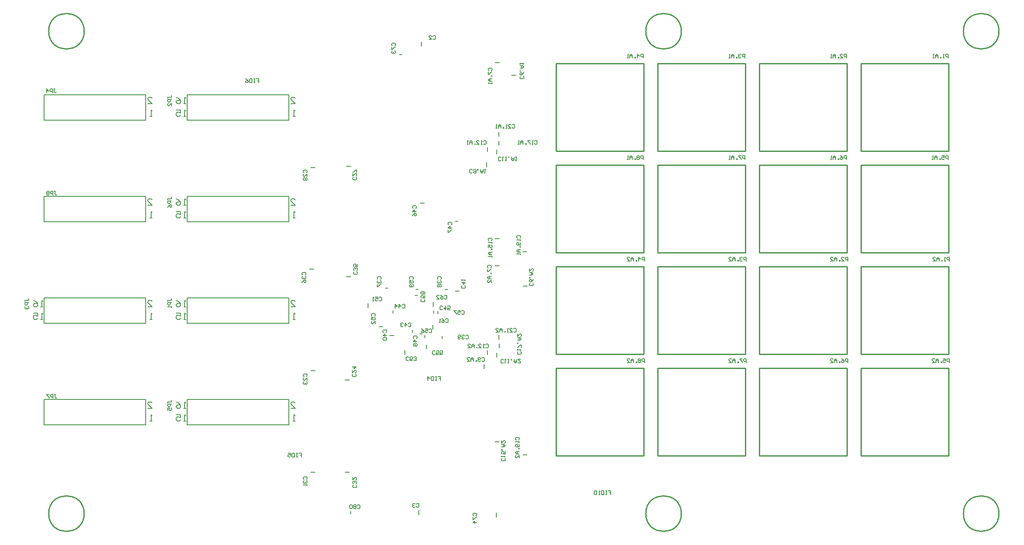
<source format=gbo>
%FSLAX24Y24*%
%MOIN*%
G70*
G01*
G75*
G04 Layer_Color=32896*
%ADD10C,0.0177*%
%ADD11R,0.0394X0.0433*%
%ADD12R,0.0472X0.0787*%
%ADD13C,0.0400*%
%ADD14R,0.0394X0.1083*%
%ADD15R,0.0500X0.1449*%
%ADD16R,0.1024X0.0945*%
%ADD17R,0.1000X0.1400*%
%ADD18R,0.0300X0.0600*%
%ADD19R,0.0472X0.0472*%
%ADD20R,0.0098X0.0256*%
%ADD21R,0.0492X0.0165*%
%ADD22R,0.0650X0.0118*%
%ADD23R,0.0945X0.1024*%
%ADD24R,0.0787X0.0551*%
%ADD25R,0.0787X0.0472*%
%ADD26R,0.0669X0.0177*%
%ADD27R,0.0669X0.0177*%
%ADD28R,0.0197X0.0748*%
%ADD29R,0.0748X0.0197*%
%ADD30R,0.0945X0.0354*%
%ADD31R,0.0433X0.0394*%
%ADD32R,0.0709X0.0630*%
%ADD33R,0.0630X0.0709*%
%ADD34R,0.0512X0.0630*%
%ADD35R,0.1240X0.1360*%
%ADD36C,0.0060*%
%ADD37C,0.0080*%
%ADD38C,0.0100*%
%ADD39C,0.0120*%
%ADD40C,0.0200*%
%ADD41C,0.0160*%
%ADD42C,0.0110*%
%ADD43C,0.0150*%
%ADD44C,0.1750*%
%ADD45C,0.0433*%
%ADD46C,0.0700*%
%ADD47R,0.0591X0.0591*%
%ADD48C,0.0591*%
%ADD49C,0.0669*%
%ADD50C,0.0200*%
%ADD51R,0.0354X0.0276*%
%ADD52R,0.0276X0.0354*%
%ADD53C,0.0079*%
%ADD54C,0.0098*%
%ADD55C,0.0070*%
%ADD56C,0.0040*%
%ADD57C,0.0600*%
%ADD58C,0.0025*%
D37*
X34417Y42800D02*
X34750D01*
X34417Y43133D01*
Y43217D01*
X34500Y43300D01*
X34667D01*
X34750Y43217D01*
Y41800D02*
X34583D01*
X34667D01*
Y42300D01*
X34750Y42217D01*
X45667Y42800D02*
X46000D01*
X45667Y43133D01*
Y43217D01*
X45750Y43300D01*
X45917D01*
X46000Y43217D01*
Y41800D02*
X45833D01*
X45917D01*
Y42300D01*
X46000Y42217D01*
X37400Y41800D02*
X37233D01*
X37317D01*
Y42300D01*
X37400Y42217D01*
X36650Y42300D02*
X36983D01*
Y42050D01*
X36817Y42133D01*
X36734D01*
X36650Y42050D01*
Y41883D01*
X36734Y41800D01*
X36900D01*
X36983Y41883D01*
X37400Y42800D02*
X37233D01*
X37317D01*
Y43300D01*
X37400Y43217D01*
X36650Y43300D02*
X36817Y43217D01*
X36983Y43050D01*
Y42883D01*
X36900Y42800D01*
X36734D01*
X36650Y42883D01*
Y42967D01*
X36734Y43050D01*
X36983D01*
X34417Y50800D02*
X34750D01*
X34417Y51133D01*
Y51217D01*
X34500Y51300D01*
X34667D01*
X34750Y51217D01*
Y49800D02*
X34583D01*
X34667D01*
Y50300D01*
X34750Y50217D01*
X26150Y49800D02*
X25983D01*
X26067D01*
Y50300D01*
X26150Y50217D01*
X25400Y50300D02*
X25733D01*
Y50050D01*
X25567Y50133D01*
X25484D01*
X25400Y50050D01*
Y49883D01*
X25484Y49800D01*
X25650D01*
X25733Y49883D01*
X26150Y50800D02*
X25983D01*
X26067D01*
Y51300D01*
X26150Y51217D01*
X25400Y51300D02*
X25567Y51217D01*
X25733Y51050D01*
Y50883D01*
X25650Y50800D01*
X25484D01*
X25400Y50883D01*
Y50967D01*
X25484Y51050D01*
X25733D01*
X45667Y50800D02*
X46000D01*
X45667Y51133D01*
Y51217D01*
X45750Y51300D01*
X45917D01*
X46000Y51217D01*
Y49800D02*
X45833D01*
X45917D01*
Y50300D01*
X46000Y50217D01*
X37400Y49800D02*
X37233D01*
X37317D01*
Y50300D01*
X37400Y50217D01*
X36650Y50300D02*
X36983D01*
Y50050D01*
X36817Y50133D01*
X36734D01*
X36650Y50050D01*
Y49883D01*
X36734Y49800D01*
X36900D01*
X36983Y49883D01*
X37400Y50800D02*
X37233D01*
X37317D01*
Y51300D01*
X37400Y51217D01*
X36650Y51300D02*
X36817Y51217D01*
X36983Y51050D01*
Y50883D01*
X36900Y50800D01*
X36734D01*
X36650Y50883D01*
Y50967D01*
X36734Y51050D01*
X36983D01*
X34417Y58800D02*
X34750D01*
X34417Y59133D01*
Y59217D01*
X34500Y59300D01*
X34667D01*
X34750Y59217D01*
Y57800D02*
X34583D01*
X34667D01*
Y58300D01*
X34750Y58217D01*
X45667Y58800D02*
X46000D01*
X45667Y59133D01*
Y59217D01*
X45750Y59300D01*
X45917D01*
X46000Y59217D01*
Y57800D02*
X45833D01*
X45917D01*
Y58300D01*
X46000Y58217D01*
X37400Y57800D02*
X37233D01*
X37317D01*
Y58300D01*
X37400Y58217D01*
X36650Y58300D02*
X36983D01*
Y58050D01*
X36817Y58133D01*
X36734D01*
X36650Y58050D01*
Y57883D01*
X36734Y57800D01*
X36900D01*
X36983Y57883D01*
X37400Y58800D02*
X37233D01*
X37317D01*
Y59300D01*
X37400Y59217D01*
X36650Y59300D02*
X36817Y59217D01*
X36983Y59050D01*
Y58883D01*
X36900Y58800D01*
X36734D01*
X36650Y58883D01*
Y58967D01*
X36734Y59050D01*
X36983D01*
X34417Y66800D02*
X34750D01*
X34417Y67133D01*
Y67217D01*
X34500Y67300D01*
X34667D01*
X34750Y67217D01*
Y65800D02*
X34583D01*
X34667D01*
Y66300D01*
X34750Y66217D01*
X45667Y66800D02*
X46000D01*
X45667Y67133D01*
Y67217D01*
X45750Y67300D01*
X45917D01*
X46000Y67217D01*
Y65800D02*
X45833D01*
X45917D01*
Y66300D01*
X46000Y66217D01*
X37400Y65800D02*
X37233D01*
X37317D01*
Y66300D01*
X37400Y66217D01*
X36650Y66300D02*
X36983D01*
Y66050D01*
X36817Y66133D01*
X36734D01*
X36650Y66050D01*
Y65883D01*
X36734Y65800D01*
X36900D01*
X36983Y65883D01*
X37400Y66800D02*
X37233D01*
X37317D01*
Y67300D01*
X37400Y67217D01*
X36650Y67300D02*
X36817Y67217D01*
X36983Y67050D01*
Y66883D01*
X36900Y66800D01*
X36734D01*
X36650Y66883D01*
Y66967D01*
X36734Y67050D01*
X36983D01*
D38*
X29400Y72500D02*
G03*
X29400Y72500I-1400J0D01*
G01*
X76400D02*
G03*
X76400Y72500I-1400J0D01*
G01*
Y34500D02*
G03*
X76400Y34500I-1400J0D01*
G01*
X29400D02*
G03*
X29400Y34500I-1400J0D01*
G01*
X101400Y72500D02*
G03*
X101400Y72500I-1400J0D01*
G01*
Y34500D02*
G03*
X101400Y34500I-1400J0D01*
G01*
X82550Y53950D02*
X89450D01*
Y47050D02*
Y53950D01*
X82550Y47050D02*
X89450D01*
X82550D02*
Y53950D01*
X74550D02*
X81450D01*
Y47050D02*
Y53950D01*
X74550Y47050D02*
X81450D01*
X74550D02*
Y53950D01*
X66550D02*
X73450D01*
Y47050D02*
Y53950D01*
X66550Y47050D02*
X73450D01*
X66550D02*
Y53950D01*
X90550Y45950D02*
X97450D01*
Y39050D02*
Y45950D01*
X90550Y39050D02*
X97450D01*
X90550D02*
Y45950D01*
X82550D02*
X89450D01*
Y39050D02*
Y45950D01*
X82550Y39050D02*
X89450D01*
X82550D02*
Y45950D01*
X74550D02*
X81450D01*
Y39050D02*
Y45950D01*
X74550Y39050D02*
X81450D01*
X74550D02*
Y45950D01*
X66550D02*
X73450D01*
Y39050D02*
Y45950D01*
X66550Y39050D02*
X73450D01*
X66550D02*
Y45950D01*
Y61950D02*
X73450D01*
Y55050D02*
Y61950D01*
X66550Y55050D02*
X73450D01*
X66550D02*
Y61950D01*
X74550D02*
X81450D01*
Y55050D02*
Y61950D01*
X74550Y55050D02*
X81450D01*
X74550D02*
Y61950D01*
X82550D02*
X89450D01*
Y55050D02*
Y61950D01*
X82550Y55050D02*
X89450D01*
X82550D02*
Y61950D01*
X90550D02*
X97450D01*
Y55050D02*
Y61950D01*
X90550Y55050D02*
X97450D01*
X90550D02*
Y61950D01*
X66550Y69950D02*
X73450D01*
Y63050D02*
Y69950D01*
X66550Y63050D02*
X73450D01*
X66550D02*
Y69950D01*
X74550D02*
X81450D01*
Y63050D02*
Y69950D01*
X74550Y63050D02*
X81450D01*
X74550D02*
Y69950D01*
X82550D02*
X89450D01*
Y63050D02*
Y69950D01*
X82550Y63050D02*
X89450D01*
X82550D02*
Y69950D01*
X90550D02*
X97450D01*
Y63050D02*
Y69950D01*
X90550Y63050D02*
X97450D01*
X90550D02*
Y69950D01*
Y47050D02*
Y53950D01*
Y47050D02*
X97450D01*
Y53950D01*
X90550D02*
X97450D01*
D53*
X61852Y34243D02*
Y34557D01*
X55752Y34443D02*
Y34757D01*
X55931Y71343D02*
Y71657D01*
X50366Y34502D02*
Y34698D01*
X54202Y70666D02*
X54398D01*
X55843Y58969D02*
X56157D01*
X54648Y47043D02*
Y47357D01*
X52593Y49231D02*
X52907D01*
X56348Y47493D02*
Y47807D01*
X56881Y50843D02*
Y51157D01*
X56831Y49043D02*
Y49357D01*
X55502Y52166D02*
X55698D01*
X56901Y50302D02*
Y50498D01*
X57249Y50252D02*
Y50448D01*
X56199Y48352D02*
Y48548D01*
X58593Y52031D02*
X58907D01*
X53443Y48531D02*
X53757D01*
X55802Y48651D02*
X55998D01*
X55452Y51701D02*
X55648D01*
X53716Y50302D02*
Y50498D01*
X55234Y48752D02*
Y48948D01*
X51731Y50743D02*
Y51057D01*
X57566Y48302D02*
Y48498D01*
X57802Y52166D02*
X57998D01*
X53102Y52266D02*
X53298D01*
X61864Y62843D02*
Y63157D01*
X47243Y37752D02*
X47557D01*
X49943D02*
X50257D01*
X47243Y45752D02*
X47557D01*
X49943Y45031D02*
X50257D01*
X50043Y53148D02*
X50357D01*
X47143Y53752D02*
X47457D01*
X47243Y61769D02*
X47557D01*
X50043Y61869D02*
X50357D01*
X58602Y57534D02*
X58798D01*
X26250Y41500D02*
Y43500D01*
X34250Y41500D02*
Y43500D01*
X26250Y41500D02*
X34250D01*
X26250Y43500D02*
X34250D01*
X37500Y41500D02*
Y43500D01*
X45500Y41500D02*
Y43500D01*
X37500Y41500D02*
X45500D01*
X37500Y43500D02*
X45500D01*
X26250Y49500D02*
Y51500D01*
X34250Y49500D02*
Y51500D01*
X26250Y49500D02*
X34250D01*
X26250Y51500D02*
X34250D01*
X37500Y49500D02*
Y51500D01*
X45500Y49500D02*
Y51500D01*
X37500Y49500D02*
X45500D01*
X37500Y51500D02*
X45500D01*
X26250Y57500D02*
Y59500D01*
X34250Y57500D02*
Y59500D01*
X26250Y57500D02*
X34250D01*
X26250Y59500D02*
X34250D01*
X37500Y57500D02*
Y59500D01*
X45500Y57500D02*
Y59500D01*
X37500Y57500D02*
X45500D01*
X37500Y59500D02*
X45500D01*
X26250Y65500D02*
Y67500D01*
X34250Y65500D02*
Y67500D01*
X26250Y65500D02*
X34250D01*
X26250Y67500D02*
X34250D01*
X37500Y65500D02*
Y67500D01*
X45500Y65500D02*
Y67500D01*
X37500Y65500D02*
X45500D01*
X37500Y67500D02*
X45500D01*
X61085Y61843D02*
Y62157D01*
X61135Y63043D02*
Y63357D01*
X63043Y69031D02*
X63357D01*
X61743Y70035D02*
X62057D01*
X63935Y55130D02*
X64250D01*
X61743Y56152D02*
X62057D01*
X62031Y63543D02*
Y63857D01*
X63943Y52431D02*
X64257D01*
X61743Y54035D02*
X62057D01*
X60869Y45943D02*
Y46257D01*
X61864Y46843D02*
Y47157D01*
X61135Y47043D02*
Y47357D01*
X61743Y40152D02*
X62057D01*
X62081Y47573D02*
Y47887D01*
X63935Y39130D02*
X64250D01*
X62031Y48243D02*
Y48557D01*
Y64243D02*
Y64557D01*
D55*
X57750Y51650D02*
X57800Y51700D01*
X57900D01*
X57950Y51650D01*
Y51450D01*
X57900Y51400D01*
X57800D01*
X57750Y51450D01*
X57450Y51700D02*
X57550Y51650D01*
X57650Y51550D01*
Y51450D01*
X57600Y51400D01*
X57500D01*
X57450Y51450D01*
Y51500D01*
X57500Y51550D01*
X57650D01*
X57150Y51400D02*
X57350D01*
X57150Y51600D01*
Y51650D01*
X57200Y51700D01*
X57300D01*
X57350Y51650D01*
X57850Y49800D02*
X57900Y49850D01*
X58000D01*
X58050Y49800D01*
Y49600D01*
X58000Y49550D01*
X57900D01*
X57850Y49600D01*
X57550Y49850D02*
X57650Y49800D01*
X57750Y49700D01*
Y49600D01*
X57700Y49550D01*
X57600D01*
X57550Y49600D01*
Y49650D01*
X57600Y49700D01*
X57750D01*
X57450Y49550D02*
X57350D01*
X57400D01*
Y49850D01*
X57450Y49800D01*
X55050Y52950D02*
X55000Y53000D01*
Y53100D01*
X55050Y53150D01*
X55250D01*
X55300Y53100D01*
Y53000D01*
X55250Y52950D01*
X55000Y52650D02*
Y52850D01*
X55150D01*
X55100Y52750D01*
Y52700D01*
X55150Y52650D01*
X55250D01*
X55300Y52700D01*
Y52800D01*
X55250Y52850D01*
Y52550D02*
X55300Y52500D01*
Y52400D01*
X55250Y52350D01*
X55050D01*
X55000Y52400D01*
Y52500D01*
X55050Y52550D01*
X55100D01*
X55150Y52500D01*
Y52350D01*
X56155Y51381D02*
X56205Y51331D01*
Y51231D01*
X56155Y51181D01*
X55956D01*
X55906Y51231D01*
Y51331D01*
X55956Y51381D01*
X56205Y51681D02*
Y51481D01*
X56055D01*
X56105Y51581D01*
Y51631D01*
X56055Y51681D01*
X55956D01*
X55906Y51631D01*
Y51531D01*
X55956Y51481D01*
X56155Y51781D02*
X56205Y51831D01*
Y51931D01*
X56155Y51981D01*
X56105D01*
X56055Y51931D01*
X56005Y51981D01*
X55956D01*
X55906Y51931D01*
Y51831D01*
X55956Y51781D01*
X56005D01*
X56055Y51831D01*
X56105Y51781D01*
X56155D01*
X56055Y51831D02*
Y51931D01*
X59100Y50450D02*
X59150Y50500D01*
X59250D01*
X59300Y50450D01*
Y50250D01*
X59250Y50200D01*
X59150D01*
X59100Y50250D01*
X58800Y50500D02*
X59000D01*
Y50350D01*
X58900Y50400D01*
X58850D01*
X58800Y50350D01*
Y50250D01*
X58850Y50200D01*
X58950D01*
X59000Y50250D01*
X58700Y50500D02*
X58500D01*
Y50450D01*
X58700Y50250D01*
Y50200D01*
X56550Y49000D02*
X56600Y49050D01*
X56700D01*
X56750Y49000D01*
Y48800D01*
X56700Y48750D01*
X56600D01*
X56550Y48800D01*
X56250Y49050D02*
X56450D01*
Y48900D01*
X56350Y48950D01*
X56300D01*
X56250Y48900D01*
Y48800D01*
X56300Y48750D01*
X56400D01*
X56450Y48800D01*
X55950Y49050D02*
X56050Y49000D01*
X56150Y48900D01*
Y48800D01*
X56100Y48750D01*
X56000D01*
X55950Y48800D01*
Y48850D01*
X56000Y48900D01*
X56150D01*
X57005Y47083D02*
X56955Y47033D01*
X56855D01*
X56805Y47083D01*
Y47282D01*
X56855Y47332D01*
X56955D01*
X57005Y47282D01*
X57305Y47033D02*
X57105D01*
Y47182D01*
X57205Y47133D01*
X57255D01*
X57305Y47182D01*
Y47282D01*
X57255Y47332D01*
X57155D01*
X57105Y47282D01*
X57605Y47033D02*
X57405D01*
Y47182D01*
X57505Y47133D01*
X57555D01*
X57605Y47182D01*
Y47282D01*
X57555Y47332D01*
X57455D01*
X57405Y47282D01*
X54950Y46600D02*
X54900Y46550D01*
X54800D01*
X54750Y46600D01*
Y46800D01*
X54800Y46850D01*
X54900D01*
X54950Y46800D01*
X55250Y46550D02*
X55050D01*
Y46700D01*
X55150Y46650D01*
X55200D01*
X55250Y46700D01*
Y46800D01*
X55200Y46850D01*
X55100D01*
X55050Y46800D01*
X55350Y46600D02*
X55400Y46550D01*
X55500D01*
X55550Y46600D01*
Y46650D01*
X55500Y46700D01*
X55450D01*
X55500D01*
X55550Y46750D01*
Y46800D01*
X55500Y46850D01*
X55400D01*
X55350Y46800D01*
X52050Y50050D02*
X52000Y50100D01*
Y50200D01*
X52050Y50250D01*
X52250D01*
X52300Y50200D01*
Y50100D01*
X52250Y50050D01*
X52000Y49750D02*
Y49950D01*
X52150D01*
X52100Y49850D01*
Y49800D01*
X52150Y49750D01*
X52250D01*
X52300Y49800D01*
Y49900D01*
X52250Y49950D01*
X52300Y49450D02*
Y49650D01*
X52100Y49450D01*
X52050D01*
X52000Y49500D01*
Y49600D01*
X52050Y49650D01*
X52600Y51500D02*
X52650Y51550D01*
X52750D01*
X52800Y51500D01*
Y51300D01*
X52750Y51250D01*
X52650D01*
X52600Y51300D01*
X52300Y51550D02*
X52500D01*
Y51400D01*
X52400Y51450D01*
X52350D01*
X52300Y51400D01*
Y51300D01*
X52350Y51250D01*
X52450D01*
X52500Y51300D01*
X52200Y51250D02*
X52100D01*
X52150D01*
Y51550D01*
X52200Y51500D01*
X55350Y48300D02*
X55300Y48350D01*
Y48450D01*
X55350Y48500D01*
X55550D01*
X55600Y48450D01*
Y48350D01*
X55550Y48300D01*
X55600Y48050D02*
X55300D01*
X55450Y48200D01*
Y48000D01*
X55350Y47900D02*
X55300Y47850D01*
Y47750D01*
X55350Y47700D01*
X55400D01*
X55450Y47750D01*
X55500Y47700D01*
X55550D01*
X55600Y47750D01*
Y47850D01*
X55550Y47900D01*
X55500D01*
X55450Y47850D01*
X55400Y47900D01*
X55350D01*
X55450Y47850D02*
Y47750D01*
X57600Y50600D02*
X57550Y50550D01*
X57450D01*
X57400Y50600D01*
Y50800D01*
X57450Y50850D01*
X57550D01*
X57600Y50800D01*
X57850Y50850D02*
Y50550D01*
X57700Y50700D01*
X57900D01*
X58200Y50550D02*
X58000D01*
Y50700D01*
X58100Y50650D01*
X58150D01*
X58200Y50700D01*
Y50800D01*
X58150Y50850D01*
X58050D01*
X58000Y50800D01*
X54421Y50934D02*
X54471Y50984D01*
X54571D01*
X54621Y50934D01*
Y50734D01*
X54571Y50684D01*
X54471D01*
X54421Y50734D01*
X54171Y50684D02*
Y50984D01*
X54321Y50834D01*
X54121D01*
X53871Y50684D02*
Y50984D01*
X54021Y50834D01*
X53821D01*
X54918Y49463D02*
X54968Y49513D01*
X55068D01*
X55118Y49463D01*
Y49263D01*
X55068Y49213D01*
X54968D01*
X54918Y49263D01*
X54668Y49213D02*
Y49513D01*
X54818Y49363D01*
X54618D01*
X54518Y49463D02*
X54468Y49513D01*
X54368D01*
X54318Y49463D01*
Y49413D01*
X54368Y49363D01*
X54418D01*
X54368D01*
X54318Y49313D01*
Y49263D01*
X54368Y49213D01*
X54468D01*
X54518Y49263D01*
X59350Y52450D02*
X59400Y52400D01*
Y52300D01*
X59350Y52250D01*
X59150D01*
X59100Y52300D01*
Y52400D01*
X59150Y52450D01*
X59100Y52700D02*
X59400D01*
X59250Y52550D01*
Y52750D01*
X59100Y52850D02*
Y52950D01*
Y52900D01*
X59400D01*
X59350Y52850D01*
X52962Y48770D02*
X52912Y48820D01*
Y48920D01*
X52962Y48970D01*
X53162D01*
X53212Y48920D01*
Y48820D01*
X53162Y48770D01*
X53212Y48520D02*
X52912D01*
X53062Y48670D01*
Y48470D01*
X52962Y48370D02*
X52912Y48320D01*
Y48220D01*
X52962Y48170D01*
X53162D01*
X53212Y48220D01*
Y48320D01*
X53162Y48370D01*
X52962D01*
X59429Y48495D02*
X59479Y48545D01*
X59579D01*
X59629Y48495D01*
Y48295D01*
X59579Y48245D01*
X59479D01*
X59429Y48295D01*
X59329Y48495D02*
X59279Y48545D01*
X59179D01*
X59129Y48495D01*
Y48445D01*
X59179Y48395D01*
X59229D01*
X59179D01*
X59129Y48345D01*
Y48295D01*
X59179Y48245D01*
X59279D01*
X59329Y48295D01*
X59029D02*
X58979Y48245D01*
X58879D01*
X58829Y48295D01*
Y48495D01*
X58879Y48545D01*
X58979D01*
X59029Y48495D01*
Y48445D01*
X58979Y48395D01*
X58829D01*
X57250Y52950D02*
X57200Y53000D01*
Y53100D01*
X57250Y53150D01*
X57450D01*
X57500Y53100D01*
Y53000D01*
X57450Y52950D01*
X57250Y52850D02*
X57200Y52800D01*
Y52700D01*
X57250Y52650D01*
X57300D01*
X57350Y52700D01*
Y52750D01*
Y52700D01*
X57400Y52650D01*
X57450D01*
X57500Y52700D01*
Y52800D01*
X57450Y52850D01*
X57250Y52550D02*
X57200Y52500D01*
Y52400D01*
X57250Y52350D01*
X57300D01*
X57350Y52400D01*
X57400Y52350D01*
X57450D01*
X57500Y52400D01*
Y52500D01*
X57450Y52550D01*
X57400D01*
X57350Y52500D01*
X57300Y52550D01*
X57250D01*
X57350Y52500D02*
Y52400D01*
X52509Y52952D02*
X52459Y53002D01*
Y53102D01*
X52509Y53152D01*
X52709D01*
X52758Y53102D01*
Y53002D01*
X52709Y52952D01*
X52509Y52852D02*
X52459Y52802D01*
Y52702D01*
X52509Y52652D01*
X52559D01*
X52609Y52702D01*
Y52752D01*
Y52702D01*
X52659Y52652D01*
X52709D01*
X52758Y52702D01*
Y52802D01*
X52709Y52852D01*
X52459Y52552D02*
Y52352D01*
X52509D01*
X52709Y52552D01*
X52758D01*
X50900Y35150D02*
X50950Y35200D01*
X51050D01*
X51100Y35150D01*
Y34950D01*
X51050Y34900D01*
X50950D01*
X50900Y34950D01*
X50800Y35150D02*
X50750Y35200D01*
X50650D01*
X50600Y35150D01*
Y35100D01*
X50650Y35050D01*
X50600Y35000D01*
Y34950D01*
X50650Y34900D01*
X50750D01*
X50800Y34950D01*
Y35000D01*
X50750Y35050D01*
X50800Y35100D01*
Y35150D01*
X50750Y35050D02*
X50650D01*
X50500Y35150D02*
X50450Y35200D01*
X50350D01*
X50300Y35150D01*
Y34950D01*
X50350Y34900D01*
X50450D01*
X50500Y34950D01*
Y35150D01*
X60038Y34335D02*
X59988Y34385D01*
Y34485D01*
X60038Y34535D01*
X60238D01*
X60288Y34485D01*
Y34385D01*
X60238Y34335D01*
X59988Y34235D02*
Y34035D01*
X60038D01*
X60238Y34235D01*
X60288D01*
Y33785D02*
X59988D01*
X60138Y33935D01*
Y33735D01*
X53650Y71350D02*
X53600Y71400D01*
Y71500D01*
X53650Y71550D01*
X53850D01*
X53900Y71500D01*
Y71400D01*
X53850Y71350D01*
X53600Y71250D02*
Y71050D01*
X53650D01*
X53850Y71250D01*
X53900D01*
X53650Y70950D02*
X53600Y70900D01*
Y70800D01*
X53650Y70750D01*
X53700D01*
X53750Y70800D01*
Y70850D01*
Y70800D01*
X53800Y70750D01*
X53850D01*
X53900Y70800D01*
Y70900D01*
X53850Y70950D01*
X55550Y35250D02*
X55600Y35300D01*
X55700D01*
X55750Y35250D01*
Y35050D01*
X55700Y35000D01*
X55600D01*
X55550Y35050D01*
X55450Y35250D02*
X55400Y35300D01*
X55300D01*
X55250Y35250D01*
Y35200D01*
X55300Y35150D01*
X55350D01*
X55300D01*
X55250Y35100D01*
Y35050D01*
X55300Y35000D01*
X55400D01*
X55450Y35050D01*
X56850Y72100D02*
X56900Y72150D01*
X57000D01*
X57050Y72100D01*
Y71900D01*
X57000Y71850D01*
X56900D01*
X56850Y71900D01*
X56550Y71850D02*
X56750D01*
X56550Y72050D01*
Y72100D01*
X56600Y72150D01*
X56700D01*
X56750Y72100D01*
X46600Y53300D02*
X46550Y53350D01*
Y53450D01*
X46600Y53500D01*
X46800D01*
X46850Y53450D01*
Y53350D01*
X46800Y53300D01*
X46600Y53200D02*
X46550Y53150D01*
Y53050D01*
X46600Y53000D01*
X46650D01*
X46700Y53050D01*
Y53100D01*
Y53050D01*
X46750Y53000D01*
X46800D01*
X46850Y53050D01*
Y53150D01*
X46800Y53200D01*
X46550Y52700D02*
X46600Y52800D01*
X46700Y52900D01*
X46800D01*
X46850Y52850D01*
Y52750D01*
X46800Y52700D01*
X46750D01*
X46700Y52750D01*
Y52900D01*
X50850Y53550D02*
X50900Y53500D01*
Y53400D01*
X50850Y53350D01*
X50650D01*
X50600Y53400D01*
Y53500D01*
X50650Y53550D01*
X50850Y53650D02*
X50900Y53700D01*
Y53800D01*
X50850Y53850D01*
X50800D01*
X50750Y53800D01*
Y53750D01*
Y53800D01*
X50700Y53850D01*
X50650D01*
X50600Y53800D01*
Y53700D01*
X50650Y53650D01*
X50900Y54150D02*
Y53950D01*
X50750D01*
X50800Y54050D01*
Y54100D01*
X50750Y54150D01*
X50650D01*
X50600Y54100D01*
Y54000D01*
X50650Y53950D01*
X50800Y36750D02*
X50850Y36700D01*
Y36600D01*
X50800Y36550D01*
X50600D01*
X50550Y36600D01*
Y36700D01*
X50600Y36750D01*
X50800Y36850D02*
X50850Y36900D01*
Y37000D01*
X50800Y37050D01*
X50750D01*
X50700Y37000D01*
Y36950D01*
Y37000D01*
X50650Y37050D01*
X50600D01*
X50550Y37000D01*
Y36900D01*
X50600Y36850D01*
X50550Y37350D02*
Y37150D01*
X50750Y37350D01*
X50800D01*
X50850Y37300D01*
Y37200D01*
X50800Y37150D01*
X46700Y37200D02*
X46650Y37250D01*
Y37350D01*
X46700Y37400D01*
X46900D01*
X46950Y37350D01*
Y37250D01*
X46900Y37200D01*
X46700Y37100D02*
X46650Y37050D01*
Y36950D01*
X46700Y36900D01*
X46750D01*
X46800Y36950D01*
Y37000D01*
Y36950D01*
X46850Y36900D01*
X46900D01*
X46950Y36950D01*
Y37050D01*
X46900Y37100D01*
X46950Y36800D02*
Y36700D01*
Y36750D01*
X46650D01*
X46700Y36800D01*
Y61350D02*
X46650Y61400D01*
Y61500D01*
X46700Y61550D01*
X46900D01*
X46950Y61500D01*
Y61400D01*
X46900Y61350D01*
X46950Y61050D02*
Y61250D01*
X46750Y61050D01*
X46700D01*
X46650Y61100D01*
Y61200D01*
X46700Y61250D01*
Y60950D02*
X46650Y60900D01*
Y60800D01*
X46700Y60750D01*
X46750D01*
X46800Y60800D01*
X46850Y60750D01*
X46900D01*
X46950Y60800D01*
Y60900D01*
X46900Y60950D01*
X46850D01*
X46800Y60900D01*
X46750Y60950D01*
X46700D01*
X46800Y60900D02*
Y60800D01*
X50800Y61000D02*
X50850Y60950D01*
Y60850D01*
X50800Y60800D01*
X50600D01*
X50550Y60850D01*
Y60950D01*
X50600Y61000D01*
X50550Y61300D02*
Y61100D01*
X50750Y61300D01*
X50800D01*
X50850Y61250D01*
Y61150D01*
X50800Y61100D01*
X50850Y61400D02*
Y61600D01*
X50800D01*
X50600Y61400D01*
X50550D01*
X50750Y45500D02*
X50800Y45450D01*
Y45350D01*
X50750Y45300D01*
X50550D01*
X50500Y45350D01*
Y45450D01*
X50550Y45500D01*
X50500Y45800D02*
Y45600D01*
X50700Y45800D01*
X50750D01*
X50800Y45750D01*
Y45650D01*
X50750Y45600D01*
X50500Y46050D02*
X50800D01*
X50650Y45900D01*
Y46100D01*
X46700Y45300D02*
X46650Y45350D01*
Y45450D01*
X46700Y45500D01*
X46900D01*
X46950Y45450D01*
Y45350D01*
X46900Y45300D01*
X46950Y45000D02*
Y45200D01*
X46750Y45000D01*
X46700D01*
X46650Y45050D01*
Y45150D01*
X46700Y45200D01*
Y44900D02*
X46650Y44850D01*
Y44750D01*
X46700Y44700D01*
X46750D01*
X46800Y44750D01*
Y44800D01*
Y44750D01*
X46850Y44700D01*
X46900D01*
X46950Y44750D01*
Y44850D01*
X46900Y44900D01*
X63200Y49050D02*
X63250Y49100D01*
X63350D01*
X63400Y49050D01*
Y48850D01*
X63350Y48800D01*
X63250D01*
X63200Y48850D01*
X62900Y48800D02*
X63100D01*
X62900Y49000D01*
Y49050D01*
X62950Y49100D01*
X63050D01*
X63100Y49050D01*
X62800Y48800D02*
X62700D01*
X62750D01*
Y49100D01*
X62800Y49050D01*
X62550Y48800D02*
Y48850D01*
X62500D01*
Y48800D01*
X62550D01*
X62300D02*
Y49000D01*
X62200Y49100D01*
X62100Y49000D01*
Y48800D01*
Y48950D01*
X62300D01*
X61801Y48800D02*
X62000D01*
X61801Y49000D01*
Y49050D01*
X61851Y49100D01*
X61950D01*
X62000Y49050D01*
X63087Y65122D02*
X63137Y65172D01*
X63237D01*
X63287Y65122D01*
Y64922D01*
X63237Y64872D01*
X63137D01*
X63087Y64922D01*
X62787Y64872D02*
X62987D01*
X62787Y65072D01*
Y65122D01*
X62837Y65172D01*
X62937D01*
X62987Y65122D01*
X62687Y64872D02*
X62587D01*
X62637D01*
Y65172D01*
X62687Y65122D01*
X62437Y64872D02*
Y64922D01*
X62387D01*
Y64872D01*
X62437D01*
X62188D02*
Y65072D01*
X62088Y65172D01*
X61988Y65072D01*
Y64872D01*
Y65022D01*
X62188D01*
X61888Y64872D02*
X61788D01*
X61838D01*
Y65172D01*
X61888Y65122D01*
X63400Y40300D02*
X63350Y40350D01*
Y40450D01*
X63400Y40500D01*
X63600D01*
X63650Y40450D01*
Y40350D01*
X63600Y40300D01*
X63650Y40200D02*
Y40100D01*
Y40150D01*
X63350D01*
X63400Y40200D01*
X63600Y39950D02*
X63650Y39900D01*
Y39800D01*
X63600Y39750D01*
X63400D01*
X63350Y39800D01*
Y39900D01*
X63400Y39950D01*
X63450D01*
X63500Y39900D01*
Y39750D01*
X63650Y39650D02*
X63600D01*
Y39600D01*
X63650D01*
Y39650D01*
Y39400D02*
X63450D01*
X63350Y39300D01*
X63450Y39200D01*
X63650D01*
X63500D01*
Y39400D01*
X63650Y38901D02*
Y39100D01*
X63450Y38901D01*
X63400D01*
X63350Y38951D01*
Y39050D01*
X63400Y39100D01*
X63500Y56200D02*
X63450Y56250D01*
Y56350D01*
X63500Y56400D01*
X63700D01*
X63750Y56350D01*
Y56250D01*
X63700Y56200D01*
X63750Y56100D02*
Y56000D01*
Y56050D01*
X63450D01*
X63500Y56100D01*
X63700Y55850D02*
X63750Y55800D01*
Y55700D01*
X63700Y55650D01*
X63500D01*
X63450Y55700D01*
Y55800D01*
X63500Y55850D01*
X63550D01*
X63600Y55800D01*
Y55650D01*
X63750Y55550D02*
X63700D01*
Y55500D01*
X63750D01*
Y55550D01*
Y55300D02*
X63550D01*
X63450Y55200D01*
X63550Y55100D01*
X63750D01*
X63600D01*
Y55300D01*
X63750Y55000D02*
Y54900D01*
Y54950D01*
X63450D01*
X63500Y55000D01*
X63750Y47250D02*
X63800Y47200D01*
Y47100D01*
X63750Y47050D01*
X63550D01*
X63500Y47100D01*
Y47200D01*
X63550Y47250D01*
X63500Y47350D02*
Y47450D01*
Y47400D01*
X63800D01*
X63750Y47350D01*
X63800Y47600D02*
Y47800D01*
X63750D01*
X63550Y47600D01*
X63500D01*
Y47900D02*
X63550D01*
Y47950D01*
X63500D01*
Y47900D01*
Y48150D02*
X63700D01*
X63800Y48250D01*
X63700Y48350D01*
X63500D01*
X63650D01*
Y48150D01*
X63500Y48649D02*
Y48450D01*
X63700Y48649D01*
X63750D01*
X63800Y48600D01*
Y48500D01*
X63750Y48450D01*
X64850Y63850D02*
X64900Y63900D01*
X65000D01*
X65050Y63850D01*
Y63650D01*
X65000Y63600D01*
X64900D01*
X64850Y63650D01*
X64750Y63600D02*
X64650D01*
X64700D01*
Y63900D01*
X64750Y63850D01*
X64500Y63900D02*
X64300D01*
Y63850D01*
X64500Y63650D01*
Y63600D01*
X64200D02*
Y63650D01*
X64150D01*
Y63600D01*
X64200D01*
X63950D02*
Y63800D01*
X63850Y63900D01*
X63750Y63800D01*
Y63600D01*
Y63750D01*
X63950D01*
X63650Y63600D02*
X63550D01*
X63600D01*
Y63900D01*
X63650Y63850D01*
X62500Y38850D02*
X62550Y38800D01*
Y38700D01*
X62500Y38650D01*
X62300D01*
X62250Y38700D01*
Y38800D01*
X62300Y38850D01*
X62250Y38950D02*
Y39050D01*
Y39000D01*
X62550D01*
X62500Y38950D01*
X62550Y39400D02*
Y39200D01*
X62400D01*
X62450Y39300D01*
Y39350D01*
X62400Y39400D01*
X62300D01*
X62250Y39350D01*
Y39250D01*
X62300Y39200D01*
X62250Y39500D02*
X62300D01*
Y39550D01*
X62250D01*
Y39500D01*
Y39750D02*
X62450D01*
X62550Y39850D01*
X62450Y39950D01*
X62250D01*
X62400D01*
Y39750D01*
X62250Y40249D02*
Y40050D01*
X62450Y40249D01*
X62500D01*
X62550Y40199D01*
Y40100D01*
X62500Y40050D01*
X61250Y56000D02*
X61200Y56050D01*
Y56150D01*
X61250Y56200D01*
X61450D01*
X61500Y56150D01*
Y56050D01*
X61450Y56000D01*
X61500Y55900D02*
Y55800D01*
Y55850D01*
X61200D01*
X61250Y55900D01*
X61200Y55450D02*
Y55650D01*
X61350D01*
X61300Y55550D01*
Y55500D01*
X61350Y55450D01*
X61450D01*
X61500Y55500D01*
Y55600D01*
X61450Y55650D01*
X61500Y55350D02*
X61450D01*
Y55300D01*
X61500D01*
Y55350D01*
Y55100D02*
X61300D01*
X61200Y55000D01*
X61300Y54900D01*
X61500D01*
X61350D01*
Y55100D01*
X61500Y54800D02*
Y54700D01*
Y54750D01*
X61200D01*
X61250Y54800D01*
X61000Y47800D02*
X61050Y47850D01*
X61150D01*
X61200Y47800D01*
Y47600D01*
X61150Y47550D01*
X61050D01*
X61000Y47600D01*
X60900Y47550D02*
X60800D01*
X60850D01*
Y47850D01*
X60900Y47800D01*
X60450Y47550D02*
X60650D01*
X60450Y47750D01*
Y47800D01*
X60500Y47850D01*
X60600D01*
X60650Y47800D01*
X60350Y47550D02*
Y47600D01*
X60300D01*
Y47550D01*
X60350D01*
X60100D02*
Y47750D01*
X60000Y47850D01*
X59900Y47750D01*
Y47550D01*
Y47700D01*
X60100D01*
X59601Y47550D02*
X59800D01*
X59601Y47750D01*
Y47800D01*
X59651Y47850D01*
X59750D01*
X59800Y47800D01*
X60824Y63833D02*
X60874Y63883D01*
X60974D01*
X61024Y63833D01*
Y63633D01*
X60974Y63583D01*
X60874D01*
X60824Y63633D01*
X60724Y63583D02*
X60624D01*
X60674D01*
Y63883D01*
X60724Y63833D01*
X60274Y63583D02*
X60474D01*
X60274Y63783D01*
Y63833D01*
X60324Y63883D01*
X60424D01*
X60474Y63833D01*
X60174Y63583D02*
Y63633D01*
X60124D01*
Y63583D01*
X60174D01*
X59924D02*
Y63783D01*
X59824Y63883D01*
X59724Y63783D01*
Y63583D01*
Y63733D01*
X59924D01*
X59624Y63583D02*
X59524D01*
X59574D01*
Y63883D01*
X59624Y63833D01*
X62401Y46400D02*
X62351Y46350D01*
X62251D01*
X62201Y46400D01*
Y46600D01*
X62251Y46650D01*
X62351D01*
X62401Y46600D01*
X62501Y46650D02*
X62601D01*
X62551D01*
Y46350D01*
X62501Y46400D01*
X62751Y46650D02*
X62851D01*
X62801D01*
Y46350D01*
X62751Y46400D01*
X63001Y46650D02*
Y46600D01*
X63051D01*
Y46650D01*
X63001D01*
X63251D02*
Y46450D01*
X63351Y46350D01*
X63451Y46450D01*
Y46650D01*
Y46500D01*
X63251D01*
X63751Y46650D02*
X63551D01*
X63751Y46450D01*
Y46400D01*
X63701Y46350D01*
X63601D01*
X63551Y46400D01*
X62200Y62350D02*
X62150Y62300D01*
X62050D01*
X62000Y62350D01*
Y62550D01*
X62050Y62600D01*
X62150D01*
X62200Y62550D01*
X62300Y62600D02*
X62400D01*
X62350D01*
Y62300D01*
X62300Y62350D01*
X62550Y62600D02*
X62650D01*
X62600D01*
Y62300D01*
X62550Y62350D01*
X62800Y62600D02*
Y62550D01*
X62850D01*
Y62600D01*
X62800D01*
X63050D02*
Y62400D01*
X63150Y62300D01*
X63250Y62400D01*
Y62600D01*
Y62450D01*
X63050D01*
X63350Y62600D02*
X63450D01*
X63400D01*
Y62300D01*
X63350Y62350D01*
X60701Y46747D02*
X60751Y46797D01*
X60851D01*
X60901Y46747D01*
Y46547D01*
X60851Y46497D01*
X60751D01*
X60701Y46547D01*
X60601D02*
X60551Y46497D01*
X60451D01*
X60401Y46547D01*
Y46747D01*
X60451Y46797D01*
X60551D01*
X60601Y46747D01*
Y46697D01*
X60551Y46647D01*
X60401D01*
X60301Y46497D02*
Y46547D01*
X60251D01*
Y46497D01*
X60301D01*
X60051D02*
Y46697D01*
X59951Y46797D01*
X59851Y46697D01*
Y46497D01*
Y46647D01*
X60051D01*
X59551Y46497D02*
X59751D01*
X59551Y46697D01*
Y46747D01*
X59601Y46797D01*
X59701D01*
X59751Y46747D01*
X59944Y61364D02*
X59894Y61314D01*
X59794D01*
X59744Y61364D01*
Y61564D01*
X59794Y61614D01*
X59894D01*
X59944Y61564D01*
X60044D02*
X60094Y61614D01*
X60194D01*
X60244Y61564D01*
Y61364D01*
X60194Y61314D01*
X60094D01*
X60044Y61364D01*
Y61414D01*
X60094Y61464D01*
X60244D01*
X60344Y61614D02*
Y61564D01*
X60394D01*
Y61614D01*
X60344D01*
X60594D02*
Y61414D01*
X60694Y61314D01*
X60794Y61414D01*
Y61614D01*
Y61464D01*
X60594D01*
X60894Y61614D02*
X60994D01*
X60944D01*
Y61314D01*
X60894Y61364D01*
X61200Y53850D02*
X61150Y53900D01*
Y54000D01*
X61200Y54050D01*
X61400D01*
X61450Y54000D01*
Y53900D01*
X61400Y53850D01*
X61150Y53750D02*
Y53550D01*
X61200D01*
X61400Y53750D01*
X61450D01*
Y53450D02*
X61400D01*
Y53400D01*
X61450D01*
Y53450D01*
Y53200D02*
X61250D01*
X61150Y53100D01*
X61250Y53000D01*
X61450D01*
X61300D01*
Y53200D01*
X61450Y52700D02*
Y52900D01*
X61250Y52700D01*
X61200D01*
X61150Y52750D01*
Y52850D01*
X61200Y52900D01*
X61250Y69400D02*
X61200Y69450D01*
Y69550D01*
X61250Y69600D01*
X61450D01*
X61500Y69550D01*
Y69450D01*
X61450Y69400D01*
X61200Y69300D02*
Y69100D01*
X61250D01*
X61450Y69300D01*
X61500D01*
Y69000D02*
X61450D01*
Y68950D01*
X61500D01*
Y69000D01*
Y68750D02*
X61300D01*
X61200Y68650D01*
X61300Y68550D01*
X61500D01*
X61350D01*
Y68750D01*
X61500Y68450D02*
Y68350D01*
Y68400D01*
X61200D01*
X61250Y68450D01*
X64700Y52650D02*
X64750Y52600D01*
Y52500D01*
X64700Y52450D01*
X64500D01*
X64450Y52500D01*
Y52600D01*
X64500Y52650D01*
X64750Y52950D02*
X64700Y52850D01*
X64600Y52750D01*
X64500D01*
X64450Y52800D01*
Y52900D01*
X64500Y52950D01*
X64550D01*
X64600Y52900D01*
Y52750D01*
X64450Y53050D02*
X64500D01*
Y53100D01*
X64450D01*
Y53050D01*
Y53300D02*
X64650D01*
X64750Y53400D01*
X64650Y53500D01*
X64450D01*
X64600D01*
Y53300D01*
X64450Y53800D02*
Y53600D01*
X64650Y53800D01*
X64700D01*
X64750Y53750D01*
Y53650D01*
X64700Y53600D01*
X63950Y68950D02*
X64000Y68900D01*
Y68800D01*
X63950Y68750D01*
X63750D01*
X63700Y68800D01*
Y68900D01*
X63750Y68950D01*
X64000Y69250D02*
X63950Y69150D01*
X63850Y69050D01*
X63750D01*
X63700Y69100D01*
Y69200D01*
X63750Y69250D01*
X63800D01*
X63850Y69200D01*
Y69050D01*
X63700Y69350D02*
X63750D01*
Y69400D01*
X63700D01*
Y69350D01*
Y69600D02*
X63900D01*
X64000Y69700D01*
X63900Y69800D01*
X63700D01*
X63850D01*
Y69600D01*
X63700Y69900D02*
Y70000D01*
Y69950D01*
X64000D01*
X63950Y69900D01*
X73495Y46395D02*
Y46695D01*
X73345D01*
X73295Y46645D01*
Y46545D01*
X73345Y46495D01*
X73495D01*
X73195Y46645D02*
X73145Y46695D01*
X73045D01*
X72995Y46645D01*
Y46595D01*
X73045Y46545D01*
X72995Y46495D01*
Y46445D01*
X73045Y46395D01*
X73145D01*
X73195Y46445D01*
Y46495D01*
X73145Y46545D01*
X73195Y46595D01*
Y46645D01*
X73145Y46545D02*
X73045D01*
X72895Y46395D02*
Y46445D01*
X72845D01*
Y46395D01*
X72895D01*
X72645D02*
Y46595D01*
X72545Y46695D01*
X72445Y46595D01*
Y46395D01*
Y46545D01*
X72645D01*
X72145Y46395D02*
X72345D01*
X72145Y46595D01*
Y46645D01*
X72195Y46695D01*
X72295D01*
X72345Y46645D01*
X73395Y62395D02*
Y62695D01*
X73245D01*
X73195Y62645D01*
Y62545D01*
X73245Y62495D01*
X73395D01*
X73095Y62645D02*
X73045Y62695D01*
X72945D01*
X72895Y62645D01*
Y62595D01*
X72945Y62545D01*
X72895Y62495D01*
Y62445D01*
X72945Y62395D01*
X73045D01*
X73095Y62445D01*
Y62495D01*
X73045Y62545D01*
X73095Y62595D01*
Y62645D01*
X73045Y62545D02*
X72945D01*
X72795Y62395D02*
Y62445D01*
X72745D01*
Y62395D01*
X72795D01*
X72545D02*
Y62595D01*
X72445Y62695D01*
X72345Y62595D01*
Y62395D01*
Y62545D01*
X72545D01*
X72245Y62395D02*
X72145D01*
X72195D01*
Y62695D01*
X72245Y62645D01*
X81495Y46395D02*
Y46695D01*
X81345D01*
X81295Y46645D01*
Y46545D01*
X81345Y46495D01*
X81495D01*
X81195Y46695D02*
X80995D01*
Y46645D01*
X81195Y46445D01*
Y46395D01*
X80895D02*
Y46445D01*
X80845D01*
Y46395D01*
X80895D01*
X80645D02*
Y46595D01*
X80545Y46695D01*
X80445Y46595D01*
Y46395D01*
Y46545D01*
X80645D01*
X80145Y46395D02*
X80345D01*
X80145Y46595D01*
Y46645D01*
X80195Y46695D01*
X80295D01*
X80345Y46645D01*
X81395Y62395D02*
Y62695D01*
X81245D01*
X81195Y62645D01*
Y62545D01*
X81245Y62495D01*
X81395D01*
X81095Y62695D02*
X80895D01*
Y62645D01*
X81095Y62445D01*
Y62395D01*
X80795D02*
Y62445D01*
X80745D01*
Y62395D01*
X80795D01*
X80545D02*
Y62595D01*
X80445Y62695D01*
X80345Y62595D01*
Y62395D01*
Y62545D01*
X80545D01*
X80245Y62395D02*
X80145D01*
X80195D01*
Y62695D01*
X80245Y62645D01*
X89495Y46395D02*
Y46695D01*
X89345D01*
X89295Y46645D01*
Y46545D01*
X89345Y46495D01*
X89495D01*
X88995Y46695D02*
X89095Y46645D01*
X89195Y46545D01*
Y46445D01*
X89145Y46395D01*
X89045D01*
X88995Y46445D01*
Y46495D01*
X89045Y46545D01*
X89195D01*
X88895Y46395D02*
Y46445D01*
X88845D01*
Y46395D01*
X88895D01*
X88645D02*
Y46595D01*
X88545Y46695D01*
X88445Y46595D01*
Y46395D01*
Y46545D01*
X88645D01*
X88145Y46395D02*
X88345D01*
X88145Y46595D01*
Y46645D01*
X88195Y46695D01*
X88295D01*
X88345Y46645D01*
X89395Y62395D02*
Y62695D01*
X89245D01*
X89195Y62645D01*
Y62545D01*
X89245Y62495D01*
X89395D01*
X88895Y62695D02*
X88995Y62645D01*
X89095Y62545D01*
Y62445D01*
X89045Y62395D01*
X88945D01*
X88895Y62445D01*
Y62495D01*
X88945Y62545D01*
X89095D01*
X88795Y62395D02*
Y62445D01*
X88745D01*
Y62395D01*
X88795D01*
X88545D02*
Y62595D01*
X88445Y62695D01*
X88345Y62595D01*
Y62395D01*
Y62545D01*
X88545D01*
X88245Y62395D02*
X88145D01*
X88195D01*
Y62695D01*
X88245Y62645D01*
X97495Y46395D02*
Y46695D01*
X97345D01*
X97295Y46645D01*
Y46545D01*
X97345Y46495D01*
X97495D01*
X96995Y46695D02*
X97195D01*
Y46545D01*
X97095Y46595D01*
X97045D01*
X96995Y46545D01*
Y46445D01*
X97045Y46395D01*
X97145D01*
X97195Y46445D01*
X96895Y46395D02*
Y46445D01*
X96845D01*
Y46395D01*
X96895D01*
X96645D02*
Y46595D01*
X96545Y46695D01*
X96445Y46595D01*
Y46395D01*
Y46545D01*
X96645D01*
X96145Y46395D02*
X96345D01*
X96145Y46595D01*
Y46645D01*
X96195Y46695D01*
X96295D01*
X96345Y46645D01*
X97395Y62395D02*
Y62695D01*
X97245D01*
X97195Y62645D01*
Y62545D01*
X97245Y62495D01*
X97395D01*
X96895Y62695D02*
X97095D01*
Y62545D01*
X96995Y62595D01*
X96945D01*
X96895Y62545D01*
Y62445D01*
X96945Y62395D01*
X97045D01*
X97095Y62445D01*
X96795Y62395D02*
Y62445D01*
X96745D01*
Y62395D01*
X96795D01*
X96545D02*
Y62595D01*
X96445Y62695D01*
X96345Y62595D01*
Y62395D01*
Y62545D01*
X96545D01*
X96245Y62395D02*
X96145D01*
X96195D01*
Y62695D01*
X96245Y62645D01*
X73495Y54395D02*
Y54695D01*
X73345D01*
X73295Y54645D01*
Y54545D01*
X73345Y54495D01*
X73495D01*
X73045Y54395D02*
Y54695D01*
X73195Y54545D01*
X72995D01*
X72895Y54395D02*
Y54445D01*
X72845D01*
Y54395D01*
X72895D01*
X72645D02*
Y54595D01*
X72545Y54695D01*
X72445Y54595D01*
Y54395D01*
Y54545D01*
X72645D01*
X72145Y54395D02*
X72345D01*
X72145Y54595D01*
Y54645D01*
X72195Y54695D01*
X72295D01*
X72345Y54645D01*
X73395Y70395D02*
Y70695D01*
X73245D01*
X73195Y70645D01*
Y70545D01*
X73245Y70495D01*
X73395D01*
X72945Y70395D02*
Y70695D01*
X73095Y70545D01*
X72895D01*
X72795Y70395D02*
Y70445D01*
X72745D01*
Y70395D01*
X72795D01*
X72545D02*
Y70595D01*
X72445Y70695D01*
X72345Y70595D01*
Y70395D01*
Y70545D01*
X72545D01*
X72245Y70395D02*
X72145D01*
X72195D01*
Y70695D01*
X72245Y70645D01*
X81495Y54395D02*
Y54695D01*
X81345D01*
X81295Y54645D01*
Y54545D01*
X81345Y54495D01*
X81495D01*
X81195Y54645D02*
X81145Y54695D01*
X81045D01*
X80995Y54645D01*
Y54595D01*
X81045Y54545D01*
X81095D01*
X81045D01*
X80995Y54495D01*
Y54445D01*
X81045Y54395D01*
X81145D01*
X81195Y54445D01*
X80895Y54395D02*
Y54445D01*
X80845D01*
Y54395D01*
X80895D01*
X80645D02*
Y54595D01*
X80545Y54695D01*
X80445Y54595D01*
Y54395D01*
Y54545D01*
X80645D01*
X80145Y54395D02*
X80345D01*
X80145Y54595D01*
Y54645D01*
X80195Y54695D01*
X80295D01*
X80345Y54645D01*
X81395Y70395D02*
Y70695D01*
X81245D01*
X81195Y70645D01*
Y70545D01*
X81245Y70495D01*
X81395D01*
X81095Y70645D02*
X81045Y70695D01*
X80945D01*
X80895Y70645D01*
Y70595D01*
X80945Y70545D01*
X80995D01*
X80945D01*
X80895Y70495D01*
Y70445D01*
X80945Y70395D01*
X81045D01*
X81095Y70445D01*
X80795Y70395D02*
Y70445D01*
X80745D01*
Y70395D01*
X80795D01*
X80545D02*
Y70595D01*
X80445Y70695D01*
X80345Y70595D01*
Y70395D01*
Y70545D01*
X80545D01*
X80245Y70395D02*
X80145D01*
X80195D01*
Y70695D01*
X80245Y70645D01*
X89495Y54395D02*
Y54695D01*
X89345D01*
X89295Y54645D01*
Y54545D01*
X89345Y54495D01*
X89495D01*
X88995Y54395D02*
X89195D01*
X88995Y54595D01*
Y54645D01*
X89045Y54695D01*
X89145D01*
X89195Y54645D01*
X88895Y54395D02*
Y54445D01*
X88845D01*
Y54395D01*
X88895D01*
X88645D02*
Y54595D01*
X88545Y54695D01*
X88445Y54595D01*
Y54395D01*
Y54545D01*
X88645D01*
X88145Y54395D02*
X88345D01*
X88145Y54595D01*
Y54645D01*
X88195Y54695D01*
X88295D01*
X88345Y54645D01*
X89395Y70395D02*
Y70695D01*
X89245D01*
X89195Y70645D01*
Y70545D01*
X89245Y70495D01*
X89395D01*
X88895Y70395D02*
X89095D01*
X88895Y70595D01*
Y70645D01*
X88945Y70695D01*
X89045D01*
X89095Y70645D01*
X88795Y70395D02*
Y70445D01*
X88745D01*
Y70395D01*
X88795D01*
X88545D02*
Y70595D01*
X88445Y70695D01*
X88345Y70595D01*
Y70395D01*
Y70545D01*
X88545D01*
X88245Y70395D02*
X88145D01*
X88195D01*
Y70695D01*
X88245Y70645D01*
X97495Y54395D02*
Y54695D01*
X97345D01*
X97295Y54645D01*
Y54545D01*
X97345Y54495D01*
X97495D01*
X97195Y54395D02*
X97095D01*
X97145D01*
Y54695D01*
X97195Y54645D01*
X96945Y54395D02*
Y54445D01*
X96895D01*
Y54395D01*
X96945D01*
X96695D02*
Y54595D01*
X96595Y54695D01*
X96495Y54595D01*
Y54395D01*
Y54545D01*
X96695D01*
X96195Y54395D02*
X96395D01*
X96195Y54595D01*
Y54645D01*
X96245Y54695D01*
X96345D01*
X96395Y54645D01*
X97395Y70395D02*
Y70695D01*
X97245D01*
X97195Y70645D01*
Y70545D01*
X97245Y70495D01*
X97395D01*
X97095Y70395D02*
X96995D01*
X97045D01*
Y70695D01*
X97095Y70645D01*
X96845Y70395D02*
Y70445D01*
X96795D01*
Y70395D01*
X96845D01*
X96595D02*
Y70595D01*
X96495Y70695D01*
X96395Y70595D01*
Y70395D01*
Y70545D01*
X96595D01*
X96295Y70395D02*
X96195D01*
X96245D01*
Y70695D01*
X96295Y70645D01*
X27050Y59900D02*
X27150D01*
X27100D01*
Y59650D01*
X27150Y59600D01*
X27200D01*
X27250Y59650D01*
X26950Y59600D02*
Y59900D01*
X26800D01*
X26750Y59850D01*
Y59750D01*
X26800Y59700D01*
X26950D01*
X26650Y59850D02*
X26600Y59900D01*
X26500D01*
X26450Y59850D01*
Y59800D01*
X26500Y59750D01*
X26450Y59700D01*
Y59650D01*
X26500Y59600D01*
X26600D01*
X26650Y59650D01*
Y59700D01*
X26600Y59750D01*
X26650Y59800D01*
Y59850D01*
X26600Y59750D02*
X26500D01*
X27050Y43900D02*
X27150D01*
X27100D01*
Y43650D01*
X27150Y43600D01*
X27200D01*
X27250Y43650D01*
X26950Y43600D02*
Y43900D01*
X26800D01*
X26750Y43850D01*
Y43750D01*
X26800Y43700D01*
X26950D01*
X26650Y43900D02*
X26450D01*
Y43850D01*
X26650Y43650D01*
Y43600D01*
X35975Y59235D02*
Y59335D01*
Y59285D01*
X36225D01*
X36275Y59335D01*
Y59385D01*
X36225Y59435D01*
X36275Y59135D02*
X35975D01*
Y58985D01*
X36025Y58935D01*
X36125D01*
X36175Y58985D01*
Y59135D01*
X35975Y58635D02*
X36025Y58735D01*
X36125Y58835D01*
X36225D01*
X36275Y58785D01*
Y58685D01*
X36225Y58635D01*
X36175D01*
X36125Y58685D01*
Y58835D01*
X35975Y43235D02*
Y43335D01*
Y43285D01*
X36225D01*
X36275Y43335D01*
Y43385D01*
X36225Y43435D01*
X36275Y43135D02*
X35975D01*
Y42985D01*
X36025Y42935D01*
X36125D01*
X36175Y42985D01*
Y43135D01*
X35975Y42635D02*
Y42835D01*
X36125D01*
X36075Y42735D01*
Y42685D01*
X36125Y42635D01*
X36225D01*
X36275Y42685D01*
Y42785D01*
X36225Y42835D01*
X27000Y67950D02*
X27100D01*
X27050D01*
Y67700D01*
X27100Y67650D01*
X27150D01*
X27200Y67700D01*
X26900Y67650D02*
Y67950D01*
X26750D01*
X26700Y67900D01*
Y67800D01*
X26750Y67750D01*
X26900D01*
X26450Y67650D02*
Y67950D01*
X26600Y67800D01*
X26400D01*
X24725Y51235D02*
Y51335D01*
Y51285D01*
X24975D01*
X25025Y51335D01*
Y51385D01*
X24975Y51435D01*
X25025Y51135D02*
X24725D01*
Y50985D01*
X24775Y50935D01*
X24875D01*
X24925Y50985D01*
Y51135D01*
X24775Y50835D02*
X24725Y50785D01*
Y50685D01*
X24775Y50635D01*
X24825D01*
X24875Y50685D01*
Y50735D01*
Y50685D01*
X24925Y50635D01*
X24975D01*
X25025Y50685D01*
Y50785D01*
X24975Y50835D01*
X35975Y67235D02*
Y67335D01*
Y67285D01*
X36225D01*
X36275Y67335D01*
Y67385D01*
X36225Y67435D01*
X36275Y67135D02*
X35975D01*
Y66985D01*
X36025Y66935D01*
X36125D01*
X36175Y66985D01*
Y67135D01*
X36275Y66635D02*
Y66835D01*
X36075Y66635D01*
X36025D01*
X35975Y66685D01*
Y66785D01*
X36025Y66835D01*
X35975Y51235D02*
Y51335D01*
Y51285D01*
X36225D01*
X36275Y51335D01*
Y51385D01*
X36225Y51435D01*
X36275Y51135D02*
X35975D01*
Y50985D01*
X36025Y50935D01*
X36125D01*
X36175Y50985D01*
Y51135D01*
X36275Y50835D02*
Y50735D01*
Y50785D01*
X35975D01*
X36025Y50835D01*
X58100Y57250D02*
X58050Y57300D01*
Y57400D01*
X58100Y57450D01*
X58300D01*
X58350Y57400D01*
Y57300D01*
X58300Y57250D01*
X58350Y57000D02*
X58050D01*
X58200Y57150D01*
Y56950D01*
X58050Y56850D02*
Y56650D01*
X58100D01*
X58300Y56850D01*
X58350D01*
X55300Y58550D02*
X55250Y58600D01*
Y58700D01*
X55300Y58750D01*
X55500D01*
X55550Y58700D01*
Y58600D01*
X55500Y58550D01*
X55550Y58300D02*
X55250D01*
X55400Y58450D01*
Y58250D01*
X55250Y57950D02*
X55300Y58050D01*
X55400Y58150D01*
X55500D01*
X55550Y58100D01*
Y58000D01*
X55500Y57950D01*
X55450D01*
X55400Y58000D01*
Y58150D01*
X70650Y36300D02*
X70850D01*
Y36150D01*
X70750D01*
X70850D01*
Y36000D01*
X70550Y36300D02*
X70450D01*
X70500D01*
Y36000D01*
X70550D01*
X70450D01*
X70300Y36300D02*
Y36000D01*
X70150D01*
X70100Y36050D01*
Y36250D01*
X70150Y36300D01*
X70300D01*
X70000Y36000D02*
X69900D01*
X69950D01*
Y36300D01*
X70000Y36250D01*
X69750D02*
X69700Y36300D01*
X69600D01*
X69550Y36250D01*
Y36050D01*
X69600Y36000D01*
X69700D01*
X69750Y36050D01*
Y36250D01*
X42950Y68750D02*
X43150D01*
Y68600D01*
X43050D01*
X43150D01*
Y68450D01*
X42850Y68750D02*
X42750D01*
X42800D01*
Y68450D01*
X42850D01*
X42750D01*
X42600Y68750D02*
Y68450D01*
X42450D01*
X42400Y68500D01*
Y68700D01*
X42450Y68750D01*
X42600D01*
X42100D02*
X42200Y68700D01*
X42300Y68600D01*
Y68500D01*
X42250Y68450D01*
X42150D01*
X42100Y68500D01*
Y68550D01*
X42150Y68600D01*
X42300D01*
X46300Y39250D02*
X46500D01*
Y39100D01*
X46400D01*
X46500D01*
Y38950D01*
X46200Y39250D02*
X46100D01*
X46150D01*
Y38950D01*
X46200D01*
X46100D01*
X45950Y39250D02*
Y38950D01*
X45800D01*
X45750Y39000D01*
Y39200D01*
X45800Y39250D01*
X45950D01*
X45450D02*
X45650D01*
Y39100D01*
X45550Y39150D01*
X45500D01*
X45450Y39100D01*
Y39000D01*
X45500Y38950D01*
X45600D01*
X45650Y39000D01*
X57250Y45300D02*
X57450D01*
Y45150D01*
X57350D01*
X57450D01*
Y45000D01*
X57150Y45300D02*
X57050D01*
X57100D01*
Y45000D01*
X57150D01*
X57050D01*
X56900Y45300D02*
Y45000D01*
X56750D01*
X56700Y45050D01*
Y45250D01*
X56750Y45300D01*
X56900D01*
X56450Y45000D02*
Y45300D01*
X56600Y45150D01*
X56400D01*
M02*

</source>
